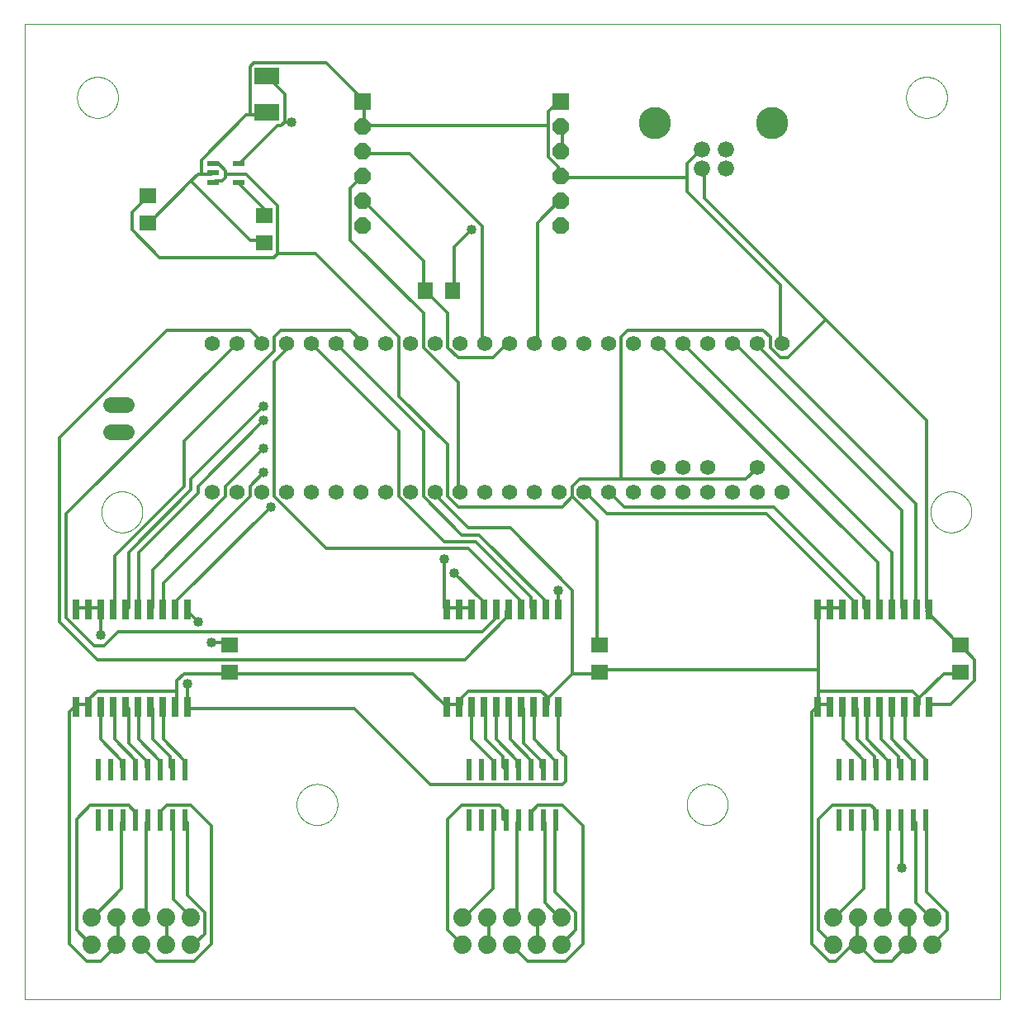
<source format=gtl>
G75*
%MOIN*%
%OFA0B0*%
%FSLAX25Y25*%
%IPPOS*%
%LPD*%
%AMOC8*
5,1,8,0,0,1.08239X$1,22.5*
%
%ADD10C,0.00000*%
%ADD11C,0.06200*%
%ADD12C,0.06600*%
%ADD13C,0.13000*%
%ADD14R,0.06600X0.06600*%
%ADD15OC8,0.06600*%
%ADD16R,0.06299X0.07087*%
%ADD17R,0.04724X0.02165*%
%ADD18R,0.07087X0.06299*%
%ADD19R,0.09843X0.06693*%
%ADD20C,0.06400*%
%ADD21R,0.02600X0.08000*%
%ADD22R,0.02362X0.08661*%
%ADD23C,0.07400*%
%ADD24C,0.01200*%
%ADD25C,0.04000*%
D10*
X0001000Y0001000D02*
X0001000Y0394701D01*
X0394701Y0394701D01*
X0394701Y0001000D01*
X0001000Y0001000D01*
X0110842Y0079740D02*
X0110844Y0079943D01*
X0110852Y0080146D01*
X0110864Y0080348D01*
X0110882Y0080550D01*
X0110904Y0080752D01*
X0110931Y0080953D01*
X0110964Y0081154D01*
X0111001Y0081353D01*
X0111043Y0081552D01*
X0111090Y0081749D01*
X0111141Y0081945D01*
X0111198Y0082140D01*
X0111259Y0082334D01*
X0111325Y0082525D01*
X0111396Y0082716D01*
X0111471Y0082904D01*
X0111551Y0083091D01*
X0111636Y0083275D01*
X0111725Y0083457D01*
X0111818Y0083638D01*
X0111916Y0083815D01*
X0112018Y0083991D01*
X0112125Y0084163D01*
X0112235Y0084333D01*
X0112350Y0084501D01*
X0112469Y0084665D01*
X0112592Y0084827D01*
X0112719Y0084985D01*
X0112849Y0085140D01*
X0112984Y0085292D01*
X0113122Y0085441D01*
X0113264Y0085586D01*
X0113409Y0085728D01*
X0113558Y0085866D01*
X0113710Y0086001D01*
X0113865Y0086131D01*
X0114023Y0086258D01*
X0114185Y0086381D01*
X0114349Y0086500D01*
X0114517Y0086615D01*
X0114687Y0086725D01*
X0114859Y0086832D01*
X0115035Y0086934D01*
X0115212Y0087032D01*
X0115393Y0087125D01*
X0115575Y0087214D01*
X0115759Y0087299D01*
X0115946Y0087379D01*
X0116134Y0087454D01*
X0116325Y0087525D01*
X0116516Y0087591D01*
X0116710Y0087652D01*
X0116905Y0087709D01*
X0117101Y0087760D01*
X0117298Y0087807D01*
X0117497Y0087849D01*
X0117696Y0087886D01*
X0117897Y0087919D01*
X0118098Y0087946D01*
X0118300Y0087968D01*
X0118502Y0087986D01*
X0118704Y0087998D01*
X0118907Y0088006D01*
X0119110Y0088008D01*
X0119313Y0088006D01*
X0119516Y0087998D01*
X0119718Y0087986D01*
X0119920Y0087968D01*
X0120122Y0087946D01*
X0120323Y0087919D01*
X0120524Y0087886D01*
X0120723Y0087849D01*
X0120922Y0087807D01*
X0121119Y0087760D01*
X0121315Y0087709D01*
X0121510Y0087652D01*
X0121704Y0087591D01*
X0121895Y0087525D01*
X0122086Y0087454D01*
X0122274Y0087379D01*
X0122461Y0087299D01*
X0122645Y0087214D01*
X0122827Y0087125D01*
X0123008Y0087032D01*
X0123185Y0086934D01*
X0123361Y0086832D01*
X0123533Y0086725D01*
X0123703Y0086615D01*
X0123871Y0086500D01*
X0124035Y0086381D01*
X0124197Y0086258D01*
X0124355Y0086131D01*
X0124510Y0086001D01*
X0124662Y0085866D01*
X0124811Y0085728D01*
X0124956Y0085586D01*
X0125098Y0085441D01*
X0125236Y0085292D01*
X0125371Y0085140D01*
X0125501Y0084985D01*
X0125628Y0084827D01*
X0125751Y0084665D01*
X0125870Y0084501D01*
X0125985Y0084333D01*
X0126095Y0084163D01*
X0126202Y0083991D01*
X0126304Y0083815D01*
X0126402Y0083638D01*
X0126495Y0083457D01*
X0126584Y0083275D01*
X0126669Y0083091D01*
X0126749Y0082904D01*
X0126824Y0082716D01*
X0126895Y0082525D01*
X0126961Y0082334D01*
X0127022Y0082140D01*
X0127079Y0081945D01*
X0127130Y0081749D01*
X0127177Y0081552D01*
X0127219Y0081353D01*
X0127256Y0081154D01*
X0127289Y0080953D01*
X0127316Y0080752D01*
X0127338Y0080550D01*
X0127356Y0080348D01*
X0127368Y0080146D01*
X0127376Y0079943D01*
X0127378Y0079740D01*
X0127376Y0079537D01*
X0127368Y0079334D01*
X0127356Y0079132D01*
X0127338Y0078930D01*
X0127316Y0078728D01*
X0127289Y0078527D01*
X0127256Y0078326D01*
X0127219Y0078127D01*
X0127177Y0077928D01*
X0127130Y0077731D01*
X0127079Y0077535D01*
X0127022Y0077340D01*
X0126961Y0077146D01*
X0126895Y0076955D01*
X0126824Y0076764D01*
X0126749Y0076576D01*
X0126669Y0076389D01*
X0126584Y0076205D01*
X0126495Y0076023D01*
X0126402Y0075842D01*
X0126304Y0075665D01*
X0126202Y0075489D01*
X0126095Y0075317D01*
X0125985Y0075147D01*
X0125870Y0074979D01*
X0125751Y0074815D01*
X0125628Y0074653D01*
X0125501Y0074495D01*
X0125371Y0074340D01*
X0125236Y0074188D01*
X0125098Y0074039D01*
X0124956Y0073894D01*
X0124811Y0073752D01*
X0124662Y0073614D01*
X0124510Y0073479D01*
X0124355Y0073349D01*
X0124197Y0073222D01*
X0124035Y0073099D01*
X0123871Y0072980D01*
X0123703Y0072865D01*
X0123533Y0072755D01*
X0123361Y0072648D01*
X0123185Y0072546D01*
X0123008Y0072448D01*
X0122827Y0072355D01*
X0122645Y0072266D01*
X0122461Y0072181D01*
X0122274Y0072101D01*
X0122086Y0072026D01*
X0121895Y0071955D01*
X0121704Y0071889D01*
X0121510Y0071828D01*
X0121315Y0071771D01*
X0121119Y0071720D01*
X0120922Y0071673D01*
X0120723Y0071631D01*
X0120524Y0071594D01*
X0120323Y0071561D01*
X0120122Y0071534D01*
X0119920Y0071512D01*
X0119718Y0071494D01*
X0119516Y0071482D01*
X0119313Y0071474D01*
X0119110Y0071472D01*
X0118907Y0071474D01*
X0118704Y0071482D01*
X0118502Y0071494D01*
X0118300Y0071512D01*
X0118098Y0071534D01*
X0117897Y0071561D01*
X0117696Y0071594D01*
X0117497Y0071631D01*
X0117298Y0071673D01*
X0117101Y0071720D01*
X0116905Y0071771D01*
X0116710Y0071828D01*
X0116516Y0071889D01*
X0116325Y0071955D01*
X0116134Y0072026D01*
X0115946Y0072101D01*
X0115759Y0072181D01*
X0115575Y0072266D01*
X0115393Y0072355D01*
X0115212Y0072448D01*
X0115035Y0072546D01*
X0114859Y0072648D01*
X0114687Y0072755D01*
X0114517Y0072865D01*
X0114349Y0072980D01*
X0114185Y0073099D01*
X0114023Y0073222D01*
X0113865Y0073349D01*
X0113710Y0073479D01*
X0113558Y0073614D01*
X0113409Y0073752D01*
X0113264Y0073894D01*
X0113122Y0074039D01*
X0112984Y0074188D01*
X0112849Y0074340D01*
X0112719Y0074495D01*
X0112592Y0074653D01*
X0112469Y0074815D01*
X0112350Y0074979D01*
X0112235Y0075147D01*
X0112125Y0075317D01*
X0112018Y0075489D01*
X0111916Y0075665D01*
X0111818Y0075842D01*
X0111725Y0076023D01*
X0111636Y0076205D01*
X0111551Y0076389D01*
X0111471Y0076576D01*
X0111396Y0076764D01*
X0111325Y0076955D01*
X0111259Y0077146D01*
X0111198Y0077340D01*
X0111141Y0077535D01*
X0111090Y0077731D01*
X0111043Y0077928D01*
X0111001Y0078127D01*
X0110964Y0078326D01*
X0110931Y0078527D01*
X0110904Y0078728D01*
X0110882Y0078930D01*
X0110864Y0079132D01*
X0110852Y0079334D01*
X0110844Y0079537D01*
X0110842Y0079740D01*
X0032102Y0197850D02*
X0032104Y0198053D01*
X0032112Y0198256D01*
X0032124Y0198458D01*
X0032142Y0198660D01*
X0032164Y0198862D01*
X0032191Y0199063D01*
X0032224Y0199264D01*
X0032261Y0199463D01*
X0032303Y0199662D01*
X0032350Y0199859D01*
X0032401Y0200055D01*
X0032458Y0200250D01*
X0032519Y0200444D01*
X0032585Y0200635D01*
X0032656Y0200826D01*
X0032731Y0201014D01*
X0032811Y0201201D01*
X0032896Y0201385D01*
X0032985Y0201567D01*
X0033078Y0201748D01*
X0033176Y0201925D01*
X0033278Y0202101D01*
X0033385Y0202273D01*
X0033495Y0202443D01*
X0033610Y0202611D01*
X0033729Y0202775D01*
X0033852Y0202937D01*
X0033979Y0203095D01*
X0034109Y0203250D01*
X0034244Y0203402D01*
X0034382Y0203551D01*
X0034524Y0203696D01*
X0034669Y0203838D01*
X0034818Y0203976D01*
X0034970Y0204111D01*
X0035125Y0204241D01*
X0035283Y0204368D01*
X0035445Y0204491D01*
X0035609Y0204610D01*
X0035777Y0204725D01*
X0035947Y0204835D01*
X0036119Y0204942D01*
X0036295Y0205044D01*
X0036472Y0205142D01*
X0036653Y0205235D01*
X0036835Y0205324D01*
X0037019Y0205409D01*
X0037206Y0205489D01*
X0037394Y0205564D01*
X0037585Y0205635D01*
X0037776Y0205701D01*
X0037970Y0205762D01*
X0038165Y0205819D01*
X0038361Y0205870D01*
X0038558Y0205917D01*
X0038757Y0205959D01*
X0038956Y0205996D01*
X0039157Y0206029D01*
X0039358Y0206056D01*
X0039560Y0206078D01*
X0039762Y0206096D01*
X0039964Y0206108D01*
X0040167Y0206116D01*
X0040370Y0206118D01*
X0040573Y0206116D01*
X0040776Y0206108D01*
X0040978Y0206096D01*
X0041180Y0206078D01*
X0041382Y0206056D01*
X0041583Y0206029D01*
X0041784Y0205996D01*
X0041983Y0205959D01*
X0042182Y0205917D01*
X0042379Y0205870D01*
X0042575Y0205819D01*
X0042770Y0205762D01*
X0042964Y0205701D01*
X0043155Y0205635D01*
X0043346Y0205564D01*
X0043534Y0205489D01*
X0043721Y0205409D01*
X0043905Y0205324D01*
X0044087Y0205235D01*
X0044268Y0205142D01*
X0044445Y0205044D01*
X0044621Y0204942D01*
X0044793Y0204835D01*
X0044963Y0204725D01*
X0045131Y0204610D01*
X0045295Y0204491D01*
X0045457Y0204368D01*
X0045615Y0204241D01*
X0045770Y0204111D01*
X0045922Y0203976D01*
X0046071Y0203838D01*
X0046216Y0203696D01*
X0046358Y0203551D01*
X0046496Y0203402D01*
X0046631Y0203250D01*
X0046761Y0203095D01*
X0046888Y0202937D01*
X0047011Y0202775D01*
X0047130Y0202611D01*
X0047245Y0202443D01*
X0047355Y0202273D01*
X0047462Y0202101D01*
X0047564Y0201925D01*
X0047662Y0201748D01*
X0047755Y0201567D01*
X0047844Y0201385D01*
X0047929Y0201201D01*
X0048009Y0201014D01*
X0048084Y0200826D01*
X0048155Y0200635D01*
X0048221Y0200444D01*
X0048282Y0200250D01*
X0048339Y0200055D01*
X0048390Y0199859D01*
X0048437Y0199662D01*
X0048479Y0199463D01*
X0048516Y0199264D01*
X0048549Y0199063D01*
X0048576Y0198862D01*
X0048598Y0198660D01*
X0048616Y0198458D01*
X0048628Y0198256D01*
X0048636Y0198053D01*
X0048638Y0197850D01*
X0048636Y0197647D01*
X0048628Y0197444D01*
X0048616Y0197242D01*
X0048598Y0197040D01*
X0048576Y0196838D01*
X0048549Y0196637D01*
X0048516Y0196436D01*
X0048479Y0196237D01*
X0048437Y0196038D01*
X0048390Y0195841D01*
X0048339Y0195645D01*
X0048282Y0195450D01*
X0048221Y0195256D01*
X0048155Y0195065D01*
X0048084Y0194874D01*
X0048009Y0194686D01*
X0047929Y0194499D01*
X0047844Y0194315D01*
X0047755Y0194133D01*
X0047662Y0193952D01*
X0047564Y0193775D01*
X0047462Y0193599D01*
X0047355Y0193427D01*
X0047245Y0193257D01*
X0047130Y0193089D01*
X0047011Y0192925D01*
X0046888Y0192763D01*
X0046761Y0192605D01*
X0046631Y0192450D01*
X0046496Y0192298D01*
X0046358Y0192149D01*
X0046216Y0192004D01*
X0046071Y0191862D01*
X0045922Y0191724D01*
X0045770Y0191589D01*
X0045615Y0191459D01*
X0045457Y0191332D01*
X0045295Y0191209D01*
X0045131Y0191090D01*
X0044963Y0190975D01*
X0044793Y0190865D01*
X0044621Y0190758D01*
X0044445Y0190656D01*
X0044268Y0190558D01*
X0044087Y0190465D01*
X0043905Y0190376D01*
X0043721Y0190291D01*
X0043534Y0190211D01*
X0043346Y0190136D01*
X0043155Y0190065D01*
X0042964Y0189999D01*
X0042770Y0189938D01*
X0042575Y0189881D01*
X0042379Y0189830D01*
X0042182Y0189783D01*
X0041983Y0189741D01*
X0041784Y0189704D01*
X0041583Y0189671D01*
X0041382Y0189644D01*
X0041180Y0189622D01*
X0040978Y0189604D01*
X0040776Y0189592D01*
X0040573Y0189584D01*
X0040370Y0189582D01*
X0040167Y0189584D01*
X0039964Y0189592D01*
X0039762Y0189604D01*
X0039560Y0189622D01*
X0039358Y0189644D01*
X0039157Y0189671D01*
X0038956Y0189704D01*
X0038757Y0189741D01*
X0038558Y0189783D01*
X0038361Y0189830D01*
X0038165Y0189881D01*
X0037970Y0189938D01*
X0037776Y0189999D01*
X0037585Y0190065D01*
X0037394Y0190136D01*
X0037206Y0190211D01*
X0037019Y0190291D01*
X0036835Y0190376D01*
X0036653Y0190465D01*
X0036472Y0190558D01*
X0036295Y0190656D01*
X0036119Y0190758D01*
X0035947Y0190865D01*
X0035777Y0190975D01*
X0035609Y0191090D01*
X0035445Y0191209D01*
X0035283Y0191332D01*
X0035125Y0191459D01*
X0034970Y0191589D01*
X0034818Y0191724D01*
X0034669Y0191862D01*
X0034524Y0192004D01*
X0034382Y0192149D01*
X0034244Y0192298D01*
X0034109Y0192450D01*
X0033979Y0192605D01*
X0033852Y0192763D01*
X0033729Y0192925D01*
X0033610Y0193089D01*
X0033495Y0193257D01*
X0033385Y0193427D01*
X0033278Y0193599D01*
X0033176Y0193775D01*
X0033078Y0193952D01*
X0032985Y0194133D01*
X0032896Y0194315D01*
X0032811Y0194499D01*
X0032731Y0194686D01*
X0032656Y0194874D01*
X0032585Y0195065D01*
X0032519Y0195256D01*
X0032458Y0195450D01*
X0032401Y0195645D01*
X0032350Y0195841D01*
X0032303Y0196038D01*
X0032261Y0196237D01*
X0032224Y0196436D01*
X0032191Y0196637D01*
X0032164Y0196838D01*
X0032142Y0197040D01*
X0032124Y0197242D01*
X0032112Y0197444D01*
X0032104Y0197647D01*
X0032102Y0197850D01*
X0022260Y0365173D02*
X0022262Y0365376D01*
X0022270Y0365579D01*
X0022282Y0365781D01*
X0022300Y0365983D01*
X0022322Y0366185D01*
X0022349Y0366386D01*
X0022382Y0366587D01*
X0022419Y0366786D01*
X0022461Y0366985D01*
X0022508Y0367182D01*
X0022559Y0367378D01*
X0022616Y0367573D01*
X0022677Y0367767D01*
X0022743Y0367958D01*
X0022814Y0368149D01*
X0022889Y0368337D01*
X0022969Y0368524D01*
X0023054Y0368708D01*
X0023143Y0368890D01*
X0023236Y0369071D01*
X0023334Y0369248D01*
X0023436Y0369424D01*
X0023543Y0369596D01*
X0023653Y0369766D01*
X0023768Y0369934D01*
X0023887Y0370098D01*
X0024010Y0370260D01*
X0024137Y0370418D01*
X0024267Y0370573D01*
X0024402Y0370725D01*
X0024540Y0370874D01*
X0024682Y0371019D01*
X0024827Y0371161D01*
X0024976Y0371299D01*
X0025128Y0371434D01*
X0025283Y0371564D01*
X0025441Y0371691D01*
X0025603Y0371814D01*
X0025767Y0371933D01*
X0025935Y0372048D01*
X0026105Y0372158D01*
X0026277Y0372265D01*
X0026453Y0372367D01*
X0026630Y0372465D01*
X0026811Y0372558D01*
X0026993Y0372647D01*
X0027177Y0372732D01*
X0027364Y0372812D01*
X0027552Y0372887D01*
X0027743Y0372958D01*
X0027934Y0373024D01*
X0028128Y0373085D01*
X0028323Y0373142D01*
X0028519Y0373193D01*
X0028716Y0373240D01*
X0028915Y0373282D01*
X0029114Y0373319D01*
X0029315Y0373352D01*
X0029516Y0373379D01*
X0029718Y0373401D01*
X0029920Y0373419D01*
X0030122Y0373431D01*
X0030325Y0373439D01*
X0030528Y0373441D01*
X0030731Y0373439D01*
X0030934Y0373431D01*
X0031136Y0373419D01*
X0031338Y0373401D01*
X0031540Y0373379D01*
X0031741Y0373352D01*
X0031942Y0373319D01*
X0032141Y0373282D01*
X0032340Y0373240D01*
X0032537Y0373193D01*
X0032733Y0373142D01*
X0032928Y0373085D01*
X0033122Y0373024D01*
X0033313Y0372958D01*
X0033504Y0372887D01*
X0033692Y0372812D01*
X0033879Y0372732D01*
X0034063Y0372647D01*
X0034245Y0372558D01*
X0034426Y0372465D01*
X0034603Y0372367D01*
X0034779Y0372265D01*
X0034951Y0372158D01*
X0035121Y0372048D01*
X0035289Y0371933D01*
X0035453Y0371814D01*
X0035615Y0371691D01*
X0035773Y0371564D01*
X0035928Y0371434D01*
X0036080Y0371299D01*
X0036229Y0371161D01*
X0036374Y0371019D01*
X0036516Y0370874D01*
X0036654Y0370725D01*
X0036789Y0370573D01*
X0036919Y0370418D01*
X0037046Y0370260D01*
X0037169Y0370098D01*
X0037288Y0369934D01*
X0037403Y0369766D01*
X0037513Y0369596D01*
X0037620Y0369424D01*
X0037722Y0369248D01*
X0037820Y0369071D01*
X0037913Y0368890D01*
X0038002Y0368708D01*
X0038087Y0368524D01*
X0038167Y0368337D01*
X0038242Y0368149D01*
X0038313Y0367958D01*
X0038379Y0367767D01*
X0038440Y0367573D01*
X0038497Y0367378D01*
X0038548Y0367182D01*
X0038595Y0366985D01*
X0038637Y0366786D01*
X0038674Y0366587D01*
X0038707Y0366386D01*
X0038734Y0366185D01*
X0038756Y0365983D01*
X0038774Y0365781D01*
X0038786Y0365579D01*
X0038794Y0365376D01*
X0038796Y0365173D01*
X0038794Y0364970D01*
X0038786Y0364767D01*
X0038774Y0364565D01*
X0038756Y0364363D01*
X0038734Y0364161D01*
X0038707Y0363960D01*
X0038674Y0363759D01*
X0038637Y0363560D01*
X0038595Y0363361D01*
X0038548Y0363164D01*
X0038497Y0362968D01*
X0038440Y0362773D01*
X0038379Y0362579D01*
X0038313Y0362388D01*
X0038242Y0362197D01*
X0038167Y0362009D01*
X0038087Y0361822D01*
X0038002Y0361638D01*
X0037913Y0361456D01*
X0037820Y0361275D01*
X0037722Y0361098D01*
X0037620Y0360922D01*
X0037513Y0360750D01*
X0037403Y0360580D01*
X0037288Y0360412D01*
X0037169Y0360248D01*
X0037046Y0360086D01*
X0036919Y0359928D01*
X0036789Y0359773D01*
X0036654Y0359621D01*
X0036516Y0359472D01*
X0036374Y0359327D01*
X0036229Y0359185D01*
X0036080Y0359047D01*
X0035928Y0358912D01*
X0035773Y0358782D01*
X0035615Y0358655D01*
X0035453Y0358532D01*
X0035289Y0358413D01*
X0035121Y0358298D01*
X0034951Y0358188D01*
X0034779Y0358081D01*
X0034603Y0357979D01*
X0034426Y0357881D01*
X0034245Y0357788D01*
X0034063Y0357699D01*
X0033879Y0357614D01*
X0033692Y0357534D01*
X0033504Y0357459D01*
X0033313Y0357388D01*
X0033122Y0357322D01*
X0032928Y0357261D01*
X0032733Y0357204D01*
X0032537Y0357153D01*
X0032340Y0357106D01*
X0032141Y0357064D01*
X0031942Y0357027D01*
X0031741Y0356994D01*
X0031540Y0356967D01*
X0031338Y0356945D01*
X0031136Y0356927D01*
X0030934Y0356915D01*
X0030731Y0356907D01*
X0030528Y0356905D01*
X0030325Y0356907D01*
X0030122Y0356915D01*
X0029920Y0356927D01*
X0029718Y0356945D01*
X0029516Y0356967D01*
X0029315Y0356994D01*
X0029114Y0357027D01*
X0028915Y0357064D01*
X0028716Y0357106D01*
X0028519Y0357153D01*
X0028323Y0357204D01*
X0028128Y0357261D01*
X0027934Y0357322D01*
X0027743Y0357388D01*
X0027552Y0357459D01*
X0027364Y0357534D01*
X0027177Y0357614D01*
X0026993Y0357699D01*
X0026811Y0357788D01*
X0026630Y0357881D01*
X0026453Y0357979D01*
X0026277Y0358081D01*
X0026105Y0358188D01*
X0025935Y0358298D01*
X0025767Y0358413D01*
X0025603Y0358532D01*
X0025441Y0358655D01*
X0025283Y0358782D01*
X0025128Y0358912D01*
X0024976Y0359047D01*
X0024827Y0359185D01*
X0024682Y0359327D01*
X0024540Y0359472D01*
X0024402Y0359621D01*
X0024267Y0359773D01*
X0024137Y0359928D01*
X0024010Y0360086D01*
X0023887Y0360248D01*
X0023768Y0360412D01*
X0023653Y0360580D01*
X0023543Y0360750D01*
X0023436Y0360922D01*
X0023334Y0361098D01*
X0023236Y0361275D01*
X0023143Y0361456D01*
X0023054Y0361638D01*
X0022969Y0361822D01*
X0022889Y0362009D01*
X0022814Y0362197D01*
X0022743Y0362388D01*
X0022677Y0362579D01*
X0022616Y0362773D01*
X0022559Y0362968D01*
X0022508Y0363164D01*
X0022461Y0363361D01*
X0022419Y0363560D01*
X0022382Y0363759D01*
X0022349Y0363960D01*
X0022322Y0364161D01*
X0022300Y0364363D01*
X0022282Y0364565D01*
X0022270Y0364767D01*
X0022262Y0364970D01*
X0022260Y0365173D01*
X0268323Y0079740D02*
X0268325Y0079943D01*
X0268333Y0080146D01*
X0268345Y0080348D01*
X0268363Y0080550D01*
X0268385Y0080752D01*
X0268412Y0080953D01*
X0268445Y0081154D01*
X0268482Y0081353D01*
X0268524Y0081552D01*
X0268571Y0081749D01*
X0268622Y0081945D01*
X0268679Y0082140D01*
X0268740Y0082334D01*
X0268806Y0082525D01*
X0268877Y0082716D01*
X0268952Y0082904D01*
X0269032Y0083091D01*
X0269117Y0083275D01*
X0269206Y0083457D01*
X0269299Y0083638D01*
X0269397Y0083815D01*
X0269499Y0083991D01*
X0269606Y0084163D01*
X0269716Y0084333D01*
X0269831Y0084501D01*
X0269950Y0084665D01*
X0270073Y0084827D01*
X0270200Y0084985D01*
X0270330Y0085140D01*
X0270465Y0085292D01*
X0270603Y0085441D01*
X0270745Y0085586D01*
X0270890Y0085728D01*
X0271039Y0085866D01*
X0271191Y0086001D01*
X0271346Y0086131D01*
X0271504Y0086258D01*
X0271666Y0086381D01*
X0271830Y0086500D01*
X0271998Y0086615D01*
X0272168Y0086725D01*
X0272340Y0086832D01*
X0272516Y0086934D01*
X0272693Y0087032D01*
X0272874Y0087125D01*
X0273056Y0087214D01*
X0273240Y0087299D01*
X0273427Y0087379D01*
X0273615Y0087454D01*
X0273806Y0087525D01*
X0273997Y0087591D01*
X0274191Y0087652D01*
X0274386Y0087709D01*
X0274582Y0087760D01*
X0274779Y0087807D01*
X0274978Y0087849D01*
X0275177Y0087886D01*
X0275378Y0087919D01*
X0275579Y0087946D01*
X0275781Y0087968D01*
X0275983Y0087986D01*
X0276185Y0087998D01*
X0276388Y0088006D01*
X0276591Y0088008D01*
X0276794Y0088006D01*
X0276997Y0087998D01*
X0277199Y0087986D01*
X0277401Y0087968D01*
X0277603Y0087946D01*
X0277804Y0087919D01*
X0278005Y0087886D01*
X0278204Y0087849D01*
X0278403Y0087807D01*
X0278600Y0087760D01*
X0278796Y0087709D01*
X0278991Y0087652D01*
X0279185Y0087591D01*
X0279376Y0087525D01*
X0279567Y0087454D01*
X0279755Y0087379D01*
X0279942Y0087299D01*
X0280126Y0087214D01*
X0280308Y0087125D01*
X0280489Y0087032D01*
X0280666Y0086934D01*
X0280842Y0086832D01*
X0281014Y0086725D01*
X0281184Y0086615D01*
X0281352Y0086500D01*
X0281516Y0086381D01*
X0281678Y0086258D01*
X0281836Y0086131D01*
X0281991Y0086001D01*
X0282143Y0085866D01*
X0282292Y0085728D01*
X0282437Y0085586D01*
X0282579Y0085441D01*
X0282717Y0085292D01*
X0282852Y0085140D01*
X0282982Y0084985D01*
X0283109Y0084827D01*
X0283232Y0084665D01*
X0283351Y0084501D01*
X0283466Y0084333D01*
X0283576Y0084163D01*
X0283683Y0083991D01*
X0283785Y0083815D01*
X0283883Y0083638D01*
X0283976Y0083457D01*
X0284065Y0083275D01*
X0284150Y0083091D01*
X0284230Y0082904D01*
X0284305Y0082716D01*
X0284376Y0082525D01*
X0284442Y0082334D01*
X0284503Y0082140D01*
X0284560Y0081945D01*
X0284611Y0081749D01*
X0284658Y0081552D01*
X0284700Y0081353D01*
X0284737Y0081154D01*
X0284770Y0080953D01*
X0284797Y0080752D01*
X0284819Y0080550D01*
X0284837Y0080348D01*
X0284849Y0080146D01*
X0284857Y0079943D01*
X0284859Y0079740D01*
X0284857Y0079537D01*
X0284849Y0079334D01*
X0284837Y0079132D01*
X0284819Y0078930D01*
X0284797Y0078728D01*
X0284770Y0078527D01*
X0284737Y0078326D01*
X0284700Y0078127D01*
X0284658Y0077928D01*
X0284611Y0077731D01*
X0284560Y0077535D01*
X0284503Y0077340D01*
X0284442Y0077146D01*
X0284376Y0076955D01*
X0284305Y0076764D01*
X0284230Y0076576D01*
X0284150Y0076389D01*
X0284065Y0076205D01*
X0283976Y0076023D01*
X0283883Y0075842D01*
X0283785Y0075665D01*
X0283683Y0075489D01*
X0283576Y0075317D01*
X0283466Y0075147D01*
X0283351Y0074979D01*
X0283232Y0074815D01*
X0283109Y0074653D01*
X0282982Y0074495D01*
X0282852Y0074340D01*
X0282717Y0074188D01*
X0282579Y0074039D01*
X0282437Y0073894D01*
X0282292Y0073752D01*
X0282143Y0073614D01*
X0281991Y0073479D01*
X0281836Y0073349D01*
X0281678Y0073222D01*
X0281516Y0073099D01*
X0281352Y0072980D01*
X0281184Y0072865D01*
X0281014Y0072755D01*
X0280842Y0072648D01*
X0280666Y0072546D01*
X0280489Y0072448D01*
X0280308Y0072355D01*
X0280126Y0072266D01*
X0279942Y0072181D01*
X0279755Y0072101D01*
X0279567Y0072026D01*
X0279376Y0071955D01*
X0279185Y0071889D01*
X0278991Y0071828D01*
X0278796Y0071771D01*
X0278600Y0071720D01*
X0278403Y0071673D01*
X0278204Y0071631D01*
X0278005Y0071594D01*
X0277804Y0071561D01*
X0277603Y0071534D01*
X0277401Y0071512D01*
X0277199Y0071494D01*
X0276997Y0071482D01*
X0276794Y0071474D01*
X0276591Y0071472D01*
X0276388Y0071474D01*
X0276185Y0071482D01*
X0275983Y0071494D01*
X0275781Y0071512D01*
X0275579Y0071534D01*
X0275378Y0071561D01*
X0275177Y0071594D01*
X0274978Y0071631D01*
X0274779Y0071673D01*
X0274582Y0071720D01*
X0274386Y0071771D01*
X0274191Y0071828D01*
X0273997Y0071889D01*
X0273806Y0071955D01*
X0273615Y0072026D01*
X0273427Y0072101D01*
X0273240Y0072181D01*
X0273056Y0072266D01*
X0272874Y0072355D01*
X0272693Y0072448D01*
X0272516Y0072546D01*
X0272340Y0072648D01*
X0272168Y0072755D01*
X0271998Y0072865D01*
X0271830Y0072980D01*
X0271666Y0073099D01*
X0271504Y0073222D01*
X0271346Y0073349D01*
X0271191Y0073479D01*
X0271039Y0073614D01*
X0270890Y0073752D01*
X0270745Y0073894D01*
X0270603Y0074039D01*
X0270465Y0074188D01*
X0270330Y0074340D01*
X0270200Y0074495D01*
X0270073Y0074653D01*
X0269950Y0074815D01*
X0269831Y0074979D01*
X0269716Y0075147D01*
X0269606Y0075317D01*
X0269499Y0075489D01*
X0269397Y0075665D01*
X0269299Y0075842D01*
X0269206Y0076023D01*
X0269117Y0076205D01*
X0269032Y0076389D01*
X0268952Y0076576D01*
X0268877Y0076764D01*
X0268806Y0076955D01*
X0268740Y0077146D01*
X0268679Y0077340D01*
X0268622Y0077535D01*
X0268571Y0077731D01*
X0268524Y0077928D01*
X0268482Y0078127D01*
X0268445Y0078326D01*
X0268412Y0078527D01*
X0268385Y0078728D01*
X0268363Y0078930D01*
X0268345Y0079132D01*
X0268333Y0079334D01*
X0268325Y0079537D01*
X0268323Y0079740D01*
X0366748Y0197850D02*
X0366750Y0198053D01*
X0366758Y0198256D01*
X0366770Y0198458D01*
X0366788Y0198660D01*
X0366810Y0198862D01*
X0366837Y0199063D01*
X0366870Y0199264D01*
X0366907Y0199463D01*
X0366949Y0199662D01*
X0366996Y0199859D01*
X0367047Y0200055D01*
X0367104Y0200250D01*
X0367165Y0200444D01*
X0367231Y0200635D01*
X0367302Y0200826D01*
X0367377Y0201014D01*
X0367457Y0201201D01*
X0367542Y0201385D01*
X0367631Y0201567D01*
X0367724Y0201748D01*
X0367822Y0201925D01*
X0367924Y0202101D01*
X0368031Y0202273D01*
X0368141Y0202443D01*
X0368256Y0202611D01*
X0368375Y0202775D01*
X0368498Y0202937D01*
X0368625Y0203095D01*
X0368755Y0203250D01*
X0368890Y0203402D01*
X0369028Y0203551D01*
X0369170Y0203696D01*
X0369315Y0203838D01*
X0369464Y0203976D01*
X0369616Y0204111D01*
X0369771Y0204241D01*
X0369929Y0204368D01*
X0370091Y0204491D01*
X0370255Y0204610D01*
X0370423Y0204725D01*
X0370593Y0204835D01*
X0370765Y0204942D01*
X0370941Y0205044D01*
X0371118Y0205142D01*
X0371299Y0205235D01*
X0371481Y0205324D01*
X0371665Y0205409D01*
X0371852Y0205489D01*
X0372040Y0205564D01*
X0372231Y0205635D01*
X0372422Y0205701D01*
X0372616Y0205762D01*
X0372811Y0205819D01*
X0373007Y0205870D01*
X0373204Y0205917D01*
X0373403Y0205959D01*
X0373602Y0205996D01*
X0373803Y0206029D01*
X0374004Y0206056D01*
X0374206Y0206078D01*
X0374408Y0206096D01*
X0374610Y0206108D01*
X0374813Y0206116D01*
X0375016Y0206118D01*
X0375219Y0206116D01*
X0375422Y0206108D01*
X0375624Y0206096D01*
X0375826Y0206078D01*
X0376028Y0206056D01*
X0376229Y0206029D01*
X0376430Y0205996D01*
X0376629Y0205959D01*
X0376828Y0205917D01*
X0377025Y0205870D01*
X0377221Y0205819D01*
X0377416Y0205762D01*
X0377610Y0205701D01*
X0377801Y0205635D01*
X0377992Y0205564D01*
X0378180Y0205489D01*
X0378367Y0205409D01*
X0378551Y0205324D01*
X0378733Y0205235D01*
X0378914Y0205142D01*
X0379091Y0205044D01*
X0379267Y0204942D01*
X0379439Y0204835D01*
X0379609Y0204725D01*
X0379777Y0204610D01*
X0379941Y0204491D01*
X0380103Y0204368D01*
X0380261Y0204241D01*
X0380416Y0204111D01*
X0380568Y0203976D01*
X0380717Y0203838D01*
X0380862Y0203696D01*
X0381004Y0203551D01*
X0381142Y0203402D01*
X0381277Y0203250D01*
X0381407Y0203095D01*
X0381534Y0202937D01*
X0381657Y0202775D01*
X0381776Y0202611D01*
X0381891Y0202443D01*
X0382001Y0202273D01*
X0382108Y0202101D01*
X0382210Y0201925D01*
X0382308Y0201748D01*
X0382401Y0201567D01*
X0382490Y0201385D01*
X0382575Y0201201D01*
X0382655Y0201014D01*
X0382730Y0200826D01*
X0382801Y0200635D01*
X0382867Y0200444D01*
X0382928Y0200250D01*
X0382985Y0200055D01*
X0383036Y0199859D01*
X0383083Y0199662D01*
X0383125Y0199463D01*
X0383162Y0199264D01*
X0383195Y0199063D01*
X0383222Y0198862D01*
X0383244Y0198660D01*
X0383262Y0198458D01*
X0383274Y0198256D01*
X0383282Y0198053D01*
X0383284Y0197850D01*
X0383282Y0197647D01*
X0383274Y0197444D01*
X0383262Y0197242D01*
X0383244Y0197040D01*
X0383222Y0196838D01*
X0383195Y0196637D01*
X0383162Y0196436D01*
X0383125Y0196237D01*
X0383083Y0196038D01*
X0383036Y0195841D01*
X0382985Y0195645D01*
X0382928Y0195450D01*
X0382867Y0195256D01*
X0382801Y0195065D01*
X0382730Y0194874D01*
X0382655Y0194686D01*
X0382575Y0194499D01*
X0382490Y0194315D01*
X0382401Y0194133D01*
X0382308Y0193952D01*
X0382210Y0193775D01*
X0382108Y0193599D01*
X0382001Y0193427D01*
X0381891Y0193257D01*
X0381776Y0193089D01*
X0381657Y0192925D01*
X0381534Y0192763D01*
X0381407Y0192605D01*
X0381277Y0192450D01*
X0381142Y0192298D01*
X0381004Y0192149D01*
X0380862Y0192004D01*
X0380717Y0191862D01*
X0380568Y0191724D01*
X0380416Y0191589D01*
X0380261Y0191459D01*
X0380103Y0191332D01*
X0379941Y0191209D01*
X0379777Y0191090D01*
X0379609Y0190975D01*
X0379439Y0190865D01*
X0379267Y0190758D01*
X0379091Y0190656D01*
X0378914Y0190558D01*
X0378733Y0190465D01*
X0378551Y0190376D01*
X0378367Y0190291D01*
X0378180Y0190211D01*
X0377992Y0190136D01*
X0377801Y0190065D01*
X0377610Y0189999D01*
X0377416Y0189938D01*
X0377221Y0189881D01*
X0377025Y0189830D01*
X0376828Y0189783D01*
X0376629Y0189741D01*
X0376430Y0189704D01*
X0376229Y0189671D01*
X0376028Y0189644D01*
X0375826Y0189622D01*
X0375624Y0189604D01*
X0375422Y0189592D01*
X0375219Y0189584D01*
X0375016Y0189582D01*
X0374813Y0189584D01*
X0374610Y0189592D01*
X0374408Y0189604D01*
X0374206Y0189622D01*
X0374004Y0189644D01*
X0373803Y0189671D01*
X0373602Y0189704D01*
X0373403Y0189741D01*
X0373204Y0189783D01*
X0373007Y0189830D01*
X0372811Y0189881D01*
X0372616Y0189938D01*
X0372422Y0189999D01*
X0372231Y0190065D01*
X0372040Y0190136D01*
X0371852Y0190211D01*
X0371665Y0190291D01*
X0371481Y0190376D01*
X0371299Y0190465D01*
X0371118Y0190558D01*
X0370941Y0190656D01*
X0370765Y0190758D01*
X0370593Y0190865D01*
X0370423Y0190975D01*
X0370255Y0191090D01*
X0370091Y0191209D01*
X0369929Y0191332D01*
X0369771Y0191459D01*
X0369616Y0191589D01*
X0369464Y0191724D01*
X0369315Y0191862D01*
X0369170Y0192004D01*
X0369028Y0192149D01*
X0368890Y0192298D01*
X0368755Y0192450D01*
X0368625Y0192605D01*
X0368498Y0192763D01*
X0368375Y0192925D01*
X0368256Y0193089D01*
X0368141Y0193257D01*
X0368031Y0193427D01*
X0367924Y0193599D01*
X0367822Y0193775D01*
X0367724Y0193952D01*
X0367631Y0194133D01*
X0367542Y0194315D01*
X0367457Y0194499D01*
X0367377Y0194686D01*
X0367302Y0194874D01*
X0367231Y0195065D01*
X0367165Y0195256D01*
X0367104Y0195450D01*
X0367047Y0195645D01*
X0366996Y0195841D01*
X0366949Y0196038D01*
X0366907Y0196237D01*
X0366870Y0196436D01*
X0366837Y0196637D01*
X0366810Y0196838D01*
X0366788Y0197040D01*
X0366770Y0197242D01*
X0366758Y0197444D01*
X0366750Y0197647D01*
X0366748Y0197850D01*
X0356905Y0365173D02*
X0356907Y0365376D01*
X0356915Y0365579D01*
X0356927Y0365781D01*
X0356945Y0365983D01*
X0356967Y0366185D01*
X0356994Y0366386D01*
X0357027Y0366587D01*
X0357064Y0366786D01*
X0357106Y0366985D01*
X0357153Y0367182D01*
X0357204Y0367378D01*
X0357261Y0367573D01*
X0357322Y0367767D01*
X0357388Y0367958D01*
X0357459Y0368149D01*
X0357534Y0368337D01*
X0357614Y0368524D01*
X0357699Y0368708D01*
X0357788Y0368890D01*
X0357881Y0369071D01*
X0357979Y0369248D01*
X0358081Y0369424D01*
X0358188Y0369596D01*
X0358298Y0369766D01*
X0358413Y0369934D01*
X0358532Y0370098D01*
X0358655Y0370260D01*
X0358782Y0370418D01*
X0358912Y0370573D01*
X0359047Y0370725D01*
X0359185Y0370874D01*
X0359327Y0371019D01*
X0359472Y0371161D01*
X0359621Y0371299D01*
X0359773Y0371434D01*
X0359928Y0371564D01*
X0360086Y0371691D01*
X0360248Y0371814D01*
X0360412Y0371933D01*
X0360580Y0372048D01*
X0360750Y0372158D01*
X0360922Y0372265D01*
X0361098Y0372367D01*
X0361275Y0372465D01*
X0361456Y0372558D01*
X0361638Y0372647D01*
X0361822Y0372732D01*
X0362009Y0372812D01*
X0362197Y0372887D01*
X0362388Y0372958D01*
X0362579Y0373024D01*
X0362773Y0373085D01*
X0362968Y0373142D01*
X0363164Y0373193D01*
X0363361Y0373240D01*
X0363560Y0373282D01*
X0363759Y0373319D01*
X0363960Y0373352D01*
X0364161Y0373379D01*
X0364363Y0373401D01*
X0364565Y0373419D01*
X0364767Y0373431D01*
X0364970Y0373439D01*
X0365173Y0373441D01*
X0365376Y0373439D01*
X0365579Y0373431D01*
X0365781Y0373419D01*
X0365983Y0373401D01*
X0366185Y0373379D01*
X0366386Y0373352D01*
X0366587Y0373319D01*
X0366786Y0373282D01*
X0366985Y0373240D01*
X0367182Y0373193D01*
X0367378Y0373142D01*
X0367573Y0373085D01*
X0367767Y0373024D01*
X0367958Y0372958D01*
X0368149Y0372887D01*
X0368337Y0372812D01*
X0368524Y0372732D01*
X0368708Y0372647D01*
X0368890Y0372558D01*
X0369071Y0372465D01*
X0369248Y0372367D01*
X0369424Y0372265D01*
X0369596Y0372158D01*
X0369766Y0372048D01*
X0369934Y0371933D01*
X0370098Y0371814D01*
X0370260Y0371691D01*
X0370418Y0371564D01*
X0370573Y0371434D01*
X0370725Y0371299D01*
X0370874Y0371161D01*
X0371019Y0371019D01*
X0371161Y0370874D01*
X0371299Y0370725D01*
X0371434Y0370573D01*
X0371564Y0370418D01*
X0371691Y0370260D01*
X0371814Y0370098D01*
X0371933Y0369934D01*
X0372048Y0369766D01*
X0372158Y0369596D01*
X0372265Y0369424D01*
X0372367Y0369248D01*
X0372465Y0369071D01*
X0372558Y0368890D01*
X0372647Y0368708D01*
X0372732Y0368524D01*
X0372812Y0368337D01*
X0372887Y0368149D01*
X0372958Y0367958D01*
X0373024Y0367767D01*
X0373085Y0367573D01*
X0373142Y0367378D01*
X0373193Y0367182D01*
X0373240Y0366985D01*
X0373282Y0366786D01*
X0373319Y0366587D01*
X0373352Y0366386D01*
X0373379Y0366185D01*
X0373401Y0365983D01*
X0373419Y0365781D01*
X0373431Y0365579D01*
X0373439Y0365376D01*
X0373441Y0365173D01*
X0373439Y0364970D01*
X0373431Y0364767D01*
X0373419Y0364565D01*
X0373401Y0364363D01*
X0373379Y0364161D01*
X0373352Y0363960D01*
X0373319Y0363759D01*
X0373282Y0363560D01*
X0373240Y0363361D01*
X0373193Y0363164D01*
X0373142Y0362968D01*
X0373085Y0362773D01*
X0373024Y0362579D01*
X0372958Y0362388D01*
X0372887Y0362197D01*
X0372812Y0362009D01*
X0372732Y0361822D01*
X0372647Y0361638D01*
X0372558Y0361456D01*
X0372465Y0361275D01*
X0372367Y0361098D01*
X0372265Y0360922D01*
X0372158Y0360750D01*
X0372048Y0360580D01*
X0371933Y0360412D01*
X0371814Y0360248D01*
X0371691Y0360086D01*
X0371564Y0359928D01*
X0371434Y0359773D01*
X0371299Y0359621D01*
X0371161Y0359472D01*
X0371019Y0359327D01*
X0370874Y0359185D01*
X0370725Y0359047D01*
X0370573Y0358912D01*
X0370418Y0358782D01*
X0370260Y0358655D01*
X0370098Y0358532D01*
X0369934Y0358413D01*
X0369766Y0358298D01*
X0369596Y0358188D01*
X0369424Y0358081D01*
X0369248Y0357979D01*
X0369071Y0357881D01*
X0368890Y0357788D01*
X0368708Y0357699D01*
X0368524Y0357614D01*
X0368337Y0357534D01*
X0368149Y0357459D01*
X0367958Y0357388D01*
X0367767Y0357322D01*
X0367573Y0357261D01*
X0367378Y0357204D01*
X0367182Y0357153D01*
X0366985Y0357106D01*
X0366786Y0357064D01*
X0366587Y0357027D01*
X0366386Y0356994D01*
X0366185Y0356967D01*
X0365983Y0356945D01*
X0365781Y0356927D01*
X0365579Y0356915D01*
X0365376Y0356907D01*
X0365173Y0356905D01*
X0364970Y0356907D01*
X0364767Y0356915D01*
X0364565Y0356927D01*
X0364363Y0356945D01*
X0364161Y0356967D01*
X0363960Y0356994D01*
X0363759Y0357027D01*
X0363560Y0357064D01*
X0363361Y0357106D01*
X0363164Y0357153D01*
X0362968Y0357204D01*
X0362773Y0357261D01*
X0362579Y0357322D01*
X0362388Y0357388D01*
X0362197Y0357459D01*
X0362009Y0357534D01*
X0361822Y0357614D01*
X0361638Y0357699D01*
X0361456Y0357788D01*
X0361275Y0357881D01*
X0361098Y0357979D01*
X0360922Y0358081D01*
X0360750Y0358188D01*
X0360580Y0358298D01*
X0360412Y0358413D01*
X0360248Y0358532D01*
X0360086Y0358655D01*
X0359928Y0358782D01*
X0359773Y0358912D01*
X0359621Y0359047D01*
X0359472Y0359185D01*
X0359327Y0359327D01*
X0359185Y0359472D01*
X0359047Y0359621D01*
X0358912Y0359773D01*
X0358782Y0359928D01*
X0358655Y0360086D01*
X0358532Y0360248D01*
X0358413Y0360412D01*
X0358298Y0360580D01*
X0358188Y0360750D01*
X0358081Y0360922D01*
X0357979Y0361098D01*
X0357881Y0361275D01*
X0357788Y0361456D01*
X0357699Y0361638D01*
X0357614Y0361822D01*
X0357534Y0362009D01*
X0357459Y0362197D01*
X0357388Y0362388D01*
X0357322Y0362579D01*
X0357261Y0362773D01*
X0357204Y0362968D01*
X0357153Y0363164D01*
X0357106Y0363361D01*
X0357064Y0363560D01*
X0357027Y0363759D01*
X0356994Y0363960D01*
X0356967Y0364161D01*
X0356945Y0364363D01*
X0356927Y0364565D01*
X0356915Y0364767D01*
X0356907Y0364970D01*
X0356905Y0365173D01*
D11*
X0306984Y0265882D03*
X0296984Y0265882D03*
X0286984Y0265882D03*
X0276984Y0265882D03*
X0266984Y0265882D03*
X0256984Y0265882D03*
X0246984Y0265882D03*
X0236984Y0265882D03*
X0226984Y0265882D03*
X0216984Y0265882D03*
X0206984Y0265882D03*
X0196984Y0265882D03*
X0186984Y0265882D03*
X0176984Y0265882D03*
X0166984Y0265882D03*
X0156984Y0265882D03*
X0146984Y0265882D03*
X0136984Y0265882D03*
X0126984Y0265882D03*
X0116984Y0265882D03*
X0106984Y0265882D03*
X0096984Y0265882D03*
X0086984Y0265882D03*
X0076984Y0265882D03*
X0076984Y0205882D03*
X0086984Y0205882D03*
X0096984Y0205882D03*
X0106984Y0205882D03*
X0116984Y0205882D03*
X0126984Y0205882D03*
X0136984Y0205882D03*
X0146984Y0205882D03*
X0156984Y0205882D03*
X0166984Y0205882D03*
X0176984Y0205882D03*
X0186984Y0205882D03*
X0196984Y0205882D03*
X0206984Y0205882D03*
X0216984Y0205882D03*
X0226984Y0205882D03*
X0236984Y0205882D03*
X0246984Y0205882D03*
X0256984Y0205882D03*
X0256984Y0215882D03*
X0266984Y0215882D03*
X0276984Y0215882D03*
X0276984Y0205882D03*
X0266984Y0205882D03*
X0286984Y0205882D03*
X0296984Y0205882D03*
X0296984Y0215882D03*
X0306984Y0205882D03*
D12*
X0284189Y0336468D03*
X0284189Y0344268D03*
X0274346Y0344268D03*
X0274346Y0336468D03*
D13*
X0255568Y0354968D03*
X0302968Y0354968D03*
D14*
X0217614Y0363638D03*
X0137614Y0363638D03*
D15*
X0137614Y0353638D03*
X0137614Y0343638D03*
X0137614Y0333638D03*
X0137614Y0323638D03*
X0137614Y0313638D03*
X0217614Y0313638D03*
X0217614Y0323638D03*
X0217614Y0333638D03*
X0217614Y0343638D03*
X0217614Y0353638D03*
D16*
X0173835Y0287102D03*
X0162811Y0287102D03*
D17*
X0087339Y0330921D03*
X0087339Y0338402D03*
X0077102Y0338402D03*
X0077102Y0334661D03*
X0077102Y0330921D03*
D18*
X0097732Y0317614D03*
X0097732Y0306591D03*
X0050803Y0314465D03*
X0050803Y0325488D03*
X0083677Y0144307D03*
X0083677Y0133283D03*
X0233283Y0133283D03*
X0233283Y0144307D03*
X0378953Y0144307D03*
X0378953Y0133283D03*
D19*
X0098953Y0358992D03*
X0098953Y0373953D03*
D20*
X0042074Y0241303D02*
X0035674Y0241303D01*
X0035674Y0230303D02*
X0042074Y0230303D01*
D21*
X0041807Y0158595D03*
X0036807Y0158595D03*
X0031807Y0158595D03*
X0026807Y0158595D03*
X0021807Y0158595D03*
X0046807Y0158595D03*
X0051807Y0158595D03*
X0056807Y0158595D03*
X0061807Y0158595D03*
X0066807Y0158595D03*
X0066807Y0118995D03*
X0061807Y0118995D03*
X0056807Y0118995D03*
X0051807Y0118995D03*
X0046807Y0118995D03*
X0041807Y0118995D03*
X0036807Y0118995D03*
X0031807Y0118995D03*
X0026807Y0118995D03*
X0021807Y0118995D03*
X0171413Y0118995D03*
X0176413Y0118995D03*
X0181413Y0118995D03*
X0186413Y0118995D03*
X0191413Y0118995D03*
X0196413Y0118995D03*
X0201413Y0118995D03*
X0206413Y0118995D03*
X0211413Y0118995D03*
X0216413Y0118995D03*
X0216413Y0158595D03*
X0211413Y0158595D03*
X0206413Y0158595D03*
X0201413Y0158595D03*
X0196413Y0158595D03*
X0191413Y0158595D03*
X0186413Y0158595D03*
X0181413Y0158595D03*
X0176413Y0158595D03*
X0171413Y0158595D03*
X0321020Y0158595D03*
X0326020Y0158595D03*
X0331020Y0158595D03*
X0336020Y0158595D03*
X0341020Y0158595D03*
X0346020Y0158595D03*
X0351020Y0158595D03*
X0356020Y0158595D03*
X0361020Y0158595D03*
X0366020Y0158595D03*
X0366020Y0118995D03*
X0361020Y0118995D03*
X0356020Y0118995D03*
X0351020Y0118995D03*
X0346020Y0118995D03*
X0341020Y0118995D03*
X0336020Y0118995D03*
X0331020Y0118995D03*
X0326020Y0118995D03*
X0321020Y0118995D03*
D22*
X0329957Y0093913D03*
X0334957Y0093913D03*
X0339957Y0093913D03*
X0344957Y0093913D03*
X0349957Y0093913D03*
X0354957Y0093913D03*
X0359957Y0093913D03*
X0364957Y0093913D03*
X0364957Y0073441D03*
X0359957Y0073441D03*
X0354957Y0073441D03*
X0349957Y0073441D03*
X0344957Y0073441D03*
X0339957Y0073441D03*
X0334957Y0073441D03*
X0329957Y0073441D03*
X0215350Y0073441D03*
X0210350Y0073441D03*
X0205350Y0073441D03*
X0200350Y0073441D03*
X0195350Y0073441D03*
X0190350Y0073441D03*
X0185350Y0073441D03*
X0180350Y0073441D03*
X0180350Y0093913D03*
X0185350Y0093913D03*
X0190350Y0093913D03*
X0195350Y0093913D03*
X0200350Y0093913D03*
X0205350Y0093913D03*
X0210350Y0093913D03*
X0215350Y0093913D03*
X0065744Y0093913D03*
X0060744Y0093913D03*
X0055744Y0093913D03*
X0050744Y0093913D03*
X0045744Y0093913D03*
X0040744Y0093913D03*
X0035744Y0093913D03*
X0030744Y0093913D03*
X0030744Y0073441D03*
X0035744Y0073441D03*
X0040744Y0073441D03*
X0045744Y0073441D03*
X0050744Y0073441D03*
X0055744Y0073441D03*
X0060744Y0073441D03*
X0065744Y0073441D03*
D23*
X0068244Y0034059D03*
X0058244Y0034059D03*
X0048244Y0034059D03*
X0038244Y0034059D03*
X0028244Y0034059D03*
X0028244Y0023059D03*
X0038244Y0023059D03*
X0048244Y0023059D03*
X0058244Y0023059D03*
X0068244Y0023059D03*
X0177850Y0023059D03*
X0187850Y0023059D03*
X0197850Y0023059D03*
X0207850Y0023059D03*
X0217850Y0023059D03*
X0217850Y0034059D03*
X0207850Y0034059D03*
X0197850Y0034059D03*
X0187850Y0034059D03*
X0177850Y0034059D03*
X0327457Y0034059D03*
X0337457Y0034059D03*
X0347457Y0034059D03*
X0357457Y0034059D03*
X0367457Y0034059D03*
X0367457Y0023059D03*
X0357457Y0023059D03*
X0347457Y0023059D03*
X0337457Y0023059D03*
X0327457Y0023059D03*
D24*
X0327200Y0023400D01*
X0321600Y0029000D01*
X0321600Y0073800D01*
X0327200Y0079400D01*
X0342600Y0079400D01*
X0344000Y0078000D01*
X0344000Y0073800D01*
X0344957Y0073441D01*
X0349600Y0072400D02*
X0349957Y0073441D01*
X0349600Y0072400D02*
X0349600Y0036000D01*
X0348200Y0034600D01*
X0347457Y0034059D01*
X0337457Y0034059D02*
X0337000Y0033200D01*
X0337000Y0023400D01*
X0337457Y0023059D01*
X0337000Y0022000D01*
X0334200Y0022000D01*
X0328600Y0016400D01*
X0325800Y0016400D01*
X0318800Y0023400D01*
X0318800Y0117200D01*
X0320200Y0118600D01*
X0321020Y0118995D01*
X0321600Y0120000D01*
X0321600Y0125600D01*
X0359400Y0125600D01*
X0362200Y0122800D01*
X0361020Y0118995D01*
X0362200Y0120000D01*
X0362200Y0122800D01*
X0372000Y0132600D01*
X0377600Y0132600D01*
X0378953Y0133283D01*
X0384600Y0129800D02*
X0384600Y0138200D01*
X0379000Y0143800D01*
X0378953Y0144307D01*
X0377600Y0145200D01*
X0365000Y0157800D01*
X0366020Y0158595D01*
X0365000Y0159200D01*
X0365000Y0234800D01*
X0324400Y0275400D01*
X0309000Y0260000D01*
X0306200Y0260000D01*
X0302000Y0264200D01*
X0302000Y0268400D01*
X0299200Y0271200D01*
X0244600Y0271200D01*
X0241800Y0268400D01*
X0241800Y0211000D01*
X0225000Y0211000D01*
X0222200Y0208200D01*
X0222200Y0204000D01*
X0218000Y0199800D01*
X0176000Y0199800D01*
X0171800Y0204000D01*
X0171800Y0225000D01*
X0152200Y0244600D01*
X0152200Y0268400D01*
X0118600Y0302000D01*
X0103200Y0302000D01*
X0103200Y0321600D01*
X0090600Y0334200D01*
X0082200Y0334200D01*
X0082200Y0332800D01*
X0080800Y0331400D01*
X0078000Y0331400D01*
X0077102Y0330921D01*
X0076600Y0334200D02*
X0077102Y0334661D01*
X0076600Y0334200D02*
X0072400Y0334200D01*
X0072400Y0339800D01*
X0090600Y0358000D01*
X0092000Y0358000D01*
X0092000Y0377600D01*
X0093400Y0379000D01*
X0122800Y0379000D01*
X0136800Y0365000D01*
X0137614Y0363638D01*
X0138200Y0363600D01*
X0138200Y0353800D01*
X0137614Y0353638D01*
X0138200Y0353800D02*
X0212400Y0353800D01*
X0212400Y0341200D01*
X0216600Y0337000D01*
X0216600Y0334200D01*
X0217614Y0333638D01*
X0218000Y0332800D01*
X0268400Y0332800D01*
X0268400Y0327200D01*
X0306200Y0289400D01*
X0306200Y0267000D01*
X0306984Y0265882D01*
X0296984Y0265882D02*
X0296400Y0265600D01*
X0360800Y0201200D01*
X0360800Y0159200D01*
X0361020Y0158595D01*
X0356020Y0158595D02*
X0355200Y0159200D01*
X0355200Y0198400D01*
X0288000Y0265600D01*
X0286984Y0265882D01*
X0267000Y0265600D02*
X0266984Y0265882D01*
X0267000Y0265600D02*
X0351000Y0181600D01*
X0351000Y0159200D01*
X0351020Y0158595D01*
X0346020Y0158595D02*
X0345400Y0159200D01*
X0345400Y0177400D01*
X0257200Y0265600D01*
X0256984Y0265882D01*
X0208200Y0267000D02*
X0206984Y0265882D01*
X0208200Y0267000D02*
X0208200Y0314600D01*
X0216600Y0323000D01*
X0217614Y0323638D01*
X0217614Y0343638D02*
X0218000Y0344000D01*
X0218000Y0352400D01*
X0217614Y0353638D01*
X0212400Y0353800D02*
X0212400Y0359400D01*
X0216600Y0363600D01*
X0217614Y0363638D01*
X0268400Y0338400D02*
X0268400Y0332800D01*
X0268400Y0338400D02*
X0274000Y0344000D01*
X0274346Y0344268D01*
X0274346Y0336468D02*
X0275400Y0335600D01*
X0275400Y0324400D01*
X0324400Y0275400D01*
X0296984Y0215882D02*
X0296400Y0215200D01*
X0292200Y0211000D01*
X0241800Y0211000D01*
X0237600Y0205400D02*
X0236984Y0205882D01*
X0237600Y0205400D02*
X0243200Y0199800D01*
X0303400Y0199800D01*
X0339800Y0163400D01*
X0339800Y0159200D01*
X0341020Y0158595D01*
X0336020Y0158595D02*
X0335600Y0159200D01*
X0335600Y0162000D01*
X0300600Y0197000D01*
X0236200Y0197000D01*
X0227800Y0205400D01*
X0226984Y0205882D01*
X0222200Y0204000D02*
X0232000Y0194200D01*
X0232000Y0145200D01*
X0233283Y0144307D01*
X0233400Y0134000D02*
X0233283Y0133283D01*
X0232000Y0132600D01*
X0222200Y0132600D01*
X0222200Y0166200D01*
X0197000Y0191400D01*
X0180200Y0191400D01*
X0167600Y0204000D01*
X0167600Y0205400D01*
X0166984Y0205882D01*
X0162000Y0204000D02*
X0162000Y0230600D01*
X0127000Y0265600D01*
X0126984Y0265882D01*
X0132600Y0271200D02*
X0136800Y0267000D01*
X0136984Y0265882D01*
X0132600Y0271200D02*
X0104600Y0271200D01*
X0101800Y0268400D01*
X0101800Y0262800D01*
X0065400Y0226400D01*
X0065400Y0208200D01*
X0037400Y0180200D01*
X0037400Y0159200D01*
X0036807Y0158595D01*
X0031807Y0158595D02*
X0031800Y0159200D01*
X0027600Y0159200D01*
X0026807Y0158595D01*
X0026200Y0159200D01*
X0022000Y0159200D01*
X0021807Y0158595D01*
X0017800Y0155000D02*
X0017800Y0197000D01*
X0086400Y0265600D01*
X0086984Y0265882D01*
X0092000Y0271200D02*
X0096200Y0267000D01*
X0096984Y0265882D01*
X0092000Y0271200D02*
X0058400Y0271200D01*
X0015000Y0227800D01*
X0015000Y0153600D01*
X0030400Y0138200D01*
X0178800Y0138200D01*
X0195600Y0155000D01*
X0195600Y0157800D01*
X0196413Y0158595D01*
X0201200Y0159200D02*
X0201413Y0158595D01*
X0201200Y0159200D02*
X0201200Y0162000D01*
X0180200Y0183000D01*
X0122800Y0183000D01*
X0101800Y0204000D01*
X0101800Y0258600D01*
X0106000Y0262800D01*
X0106000Y0265600D01*
X0106984Y0265882D01*
X0116984Y0265882D02*
X0117200Y0265600D01*
X0152200Y0230600D01*
X0152200Y0204000D01*
X0170400Y0185800D01*
X0183000Y0185800D01*
X0205400Y0163400D01*
X0205400Y0159200D01*
X0206413Y0158595D01*
X0211000Y0159200D02*
X0211413Y0158595D01*
X0211000Y0159200D02*
X0211000Y0162000D01*
X0184400Y0188600D01*
X0177400Y0188600D01*
X0162000Y0204000D01*
X0176000Y0206800D02*
X0176984Y0205882D01*
X0176000Y0206800D02*
X0176000Y0250200D01*
X0162000Y0264200D01*
X0162000Y0278200D01*
X0132600Y0307600D01*
X0132600Y0328600D01*
X0136800Y0332800D01*
X0137614Y0333638D01*
X0137614Y0323638D02*
X0138200Y0323000D01*
X0162000Y0299200D01*
X0162000Y0288000D01*
X0162811Y0287102D01*
X0163400Y0286600D01*
X0171800Y0278200D01*
X0171800Y0264200D01*
X0176000Y0260000D01*
X0190000Y0260000D01*
X0195600Y0265600D01*
X0196984Y0265882D01*
X0186984Y0265882D02*
X0185800Y0267000D01*
X0185800Y0313200D01*
X0156400Y0342600D01*
X0138200Y0342600D01*
X0137614Y0343638D01*
X0108800Y0355200D02*
X0106000Y0355200D01*
X0106000Y0366400D01*
X0099000Y0373400D01*
X0098953Y0373953D01*
X0098953Y0358992D02*
X0097600Y0358000D01*
X0092000Y0358000D01*
X0103200Y0353800D02*
X0104600Y0353800D01*
X0106000Y0355200D01*
X0103200Y0353800D02*
X0087800Y0338400D01*
X0087339Y0338402D01*
X0082200Y0335600D02*
X0082200Y0334200D01*
X0082200Y0335600D02*
X0079400Y0338400D01*
X0078000Y0338400D01*
X0077102Y0338402D01*
X0072400Y0334200D02*
X0071000Y0334200D01*
X0068200Y0331400D01*
X0092000Y0307600D01*
X0097600Y0307600D01*
X0097732Y0306591D01*
X0103200Y0302000D02*
X0101800Y0300600D01*
X0055600Y0300600D01*
X0044400Y0311800D01*
X0044400Y0318800D01*
X0050000Y0324400D01*
X0050803Y0325488D01*
X0051400Y0314600D02*
X0050803Y0314465D01*
X0051400Y0314600D02*
X0068200Y0331400D01*
X0087339Y0330921D02*
X0087800Y0330000D01*
X0099000Y0318800D01*
X0097732Y0317614D01*
X0097600Y0240400D02*
X0068200Y0211000D01*
X0068200Y0206800D01*
X0043000Y0181600D01*
X0043000Y0159200D01*
X0041807Y0158595D01*
X0046807Y0158595D02*
X0047200Y0159200D01*
X0047200Y0181600D01*
X0071000Y0205400D01*
X0071000Y0208200D01*
X0097600Y0234800D01*
X0097600Y0223600D02*
X0082200Y0208200D01*
X0082200Y0204000D01*
X0052800Y0174600D01*
X0052800Y0159200D01*
X0051807Y0158595D01*
X0056807Y0158595D02*
X0057000Y0159200D01*
X0057000Y0169000D01*
X0092000Y0204000D01*
X0092000Y0208200D01*
X0097600Y0213800D01*
X0100400Y0199800D02*
X0062600Y0162000D01*
X0062600Y0159200D01*
X0061807Y0158595D01*
X0066807Y0158595D02*
X0066800Y0157800D01*
X0071000Y0153600D01*
X0076600Y0145200D02*
X0083600Y0145200D01*
X0083677Y0144307D01*
X0083677Y0133283D02*
X0085000Y0132600D01*
X0157800Y0132600D01*
X0170400Y0120000D01*
X0171413Y0118995D01*
X0171800Y0120000D01*
X0176000Y0120000D01*
X0176413Y0118995D01*
X0177400Y0120000D01*
X0177400Y0122800D01*
X0180200Y0125600D01*
X0209600Y0125600D01*
X0212400Y0122800D01*
X0211413Y0118995D01*
X0212400Y0120000D01*
X0212400Y0122800D01*
X0222200Y0132600D01*
X0233400Y0134000D02*
X0321600Y0134000D01*
X0321600Y0125600D01*
X0321600Y0120000D02*
X0325800Y0120000D01*
X0326020Y0118995D01*
X0331020Y0118995D02*
X0331400Y0118600D01*
X0331400Y0106000D01*
X0339800Y0097600D01*
X0339800Y0094800D01*
X0339957Y0093913D01*
X0344000Y0094800D02*
X0344000Y0099000D01*
X0337000Y0106000D01*
X0337000Y0118600D01*
X0336020Y0118995D01*
X0341020Y0118995D02*
X0341200Y0118600D01*
X0341200Y0106000D01*
X0349600Y0097600D01*
X0349600Y0094800D01*
X0349957Y0093913D01*
X0353800Y0094800D02*
X0353800Y0099000D01*
X0346800Y0106000D01*
X0346800Y0118600D01*
X0346020Y0118995D01*
X0351000Y0118600D02*
X0351020Y0118995D01*
X0351000Y0118600D02*
X0351000Y0106000D01*
X0359400Y0097600D01*
X0359400Y0094800D01*
X0359957Y0093913D01*
X0354957Y0093913D02*
X0353800Y0094800D01*
X0344957Y0093913D02*
X0344000Y0094800D01*
X0356600Y0106000D02*
X0365000Y0097600D01*
X0365000Y0094800D01*
X0364957Y0093913D01*
X0356600Y0106000D02*
X0356600Y0118600D01*
X0356020Y0118995D01*
X0366020Y0118995D02*
X0366400Y0120000D01*
X0374800Y0120000D01*
X0384600Y0129800D01*
X0364957Y0073441D02*
X0365000Y0072400D01*
X0365000Y0044400D01*
X0373400Y0036000D01*
X0373400Y0029000D01*
X0367800Y0023400D01*
X0367457Y0023059D01*
X0358000Y0023400D02*
X0357457Y0023059D01*
X0356600Y0022000D01*
X0351000Y0016400D01*
X0344000Y0016400D01*
X0338400Y0022000D01*
X0337457Y0023059D01*
X0328600Y0034600D02*
X0327457Y0034059D01*
X0328600Y0034600D02*
X0339800Y0045800D01*
X0339800Y0072400D01*
X0339957Y0073441D01*
X0354957Y0073441D02*
X0355200Y0072400D01*
X0355200Y0054200D01*
X0360800Y0040200D02*
X0366400Y0034600D01*
X0367457Y0034059D01*
X0360800Y0040200D02*
X0360800Y0072400D01*
X0359957Y0073441D01*
X0357457Y0034059D02*
X0358000Y0033200D01*
X0358000Y0023400D01*
X0321600Y0134000D02*
X0321600Y0157800D01*
X0321020Y0158595D01*
X0321600Y0159200D01*
X0325800Y0159200D01*
X0326020Y0158595D01*
X0327200Y0159200D01*
X0330000Y0159200D01*
X0331020Y0158595D01*
X0226400Y0071000D02*
X0226400Y0023400D01*
X0219400Y0016400D01*
X0204000Y0016400D01*
X0198400Y0022000D01*
X0197850Y0023059D01*
X0188600Y0023400D02*
X0187850Y0023059D01*
X0188600Y0023400D02*
X0188600Y0033200D01*
X0187850Y0034059D01*
X0178800Y0034600D02*
X0177850Y0034059D01*
X0178800Y0034600D02*
X0190000Y0045800D01*
X0190000Y0072400D01*
X0190350Y0073441D01*
X0194200Y0073800D02*
X0194200Y0078000D01*
X0192800Y0079400D01*
X0177400Y0079400D01*
X0171800Y0073800D01*
X0171800Y0029000D01*
X0177400Y0023400D01*
X0177850Y0023059D01*
X0197850Y0034059D02*
X0198400Y0034600D01*
X0199800Y0036000D01*
X0199800Y0072400D01*
X0200350Y0073441D01*
X0195350Y0073441D02*
X0194200Y0073800D01*
X0205350Y0073441D02*
X0205400Y0073800D01*
X0205400Y0076600D01*
X0208200Y0079400D01*
X0218000Y0079400D01*
X0226400Y0071000D01*
X0215200Y0072400D02*
X0215350Y0073441D01*
X0215200Y0072400D02*
X0215200Y0044400D01*
X0223600Y0036000D01*
X0223600Y0029000D01*
X0218000Y0023400D01*
X0217850Y0023059D01*
X0208200Y0023400D02*
X0207850Y0023059D01*
X0208200Y0023400D02*
X0208200Y0033200D01*
X0207850Y0034059D01*
X0211000Y0040200D02*
X0216600Y0034600D01*
X0217850Y0034059D01*
X0211000Y0040200D02*
X0211000Y0072400D01*
X0210350Y0073441D01*
X0218000Y0087800D02*
X0164970Y0087800D01*
X0134170Y0118600D01*
X0066800Y0118600D01*
X0066807Y0118995D01*
X0066800Y0120000D01*
X0066800Y0128400D01*
X0062600Y0129800D02*
X0062600Y0125600D01*
X0030400Y0125600D01*
X0027600Y0122800D01*
X0027600Y0120000D01*
X0026807Y0118995D01*
X0026200Y0120000D01*
X0022000Y0120000D01*
X0021807Y0118995D01*
X0020600Y0118600D01*
X0019200Y0117200D01*
X0019200Y0023400D01*
X0026200Y0016400D01*
X0031800Y0016400D01*
X0037400Y0022000D01*
X0038244Y0023059D01*
X0038800Y0023400D01*
X0038800Y0033200D01*
X0038244Y0034059D01*
X0029000Y0034600D02*
X0028244Y0034059D01*
X0029000Y0034600D02*
X0040200Y0045800D01*
X0040200Y0072400D01*
X0040744Y0073441D01*
X0045744Y0073441D02*
X0045800Y0073800D01*
X0045800Y0076600D01*
X0043000Y0079400D01*
X0027600Y0079400D01*
X0022000Y0073800D01*
X0022000Y0029000D01*
X0027600Y0023400D01*
X0028244Y0023059D01*
X0048244Y0023059D02*
X0048600Y0022000D01*
X0054200Y0016400D01*
X0069600Y0016400D01*
X0076600Y0023400D01*
X0076600Y0071000D01*
X0068200Y0079400D01*
X0058400Y0079400D01*
X0055600Y0076600D01*
X0055600Y0073800D01*
X0055744Y0073441D01*
X0060744Y0073441D02*
X0061200Y0072400D01*
X0061200Y0041600D01*
X0068200Y0034600D01*
X0068244Y0034059D01*
X0073800Y0036000D02*
X0073800Y0027600D01*
X0069600Y0023400D01*
X0068244Y0023059D01*
X0058400Y0023400D02*
X0058400Y0033200D01*
X0058244Y0034059D01*
X0050000Y0036000D02*
X0048600Y0034600D01*
X0048244Y0034059D01*
X0050000Y0036000D02*
X0050000Y0072400D01*
X0050744Y0073441D01*
X0065744Y0073441D02*
X0066800Y0072400D01*
X0066800Y0043000D01*
X0073800Y0036000D01*
X0058400Y0023400D02*
X0058244Y0023059D01*
X0055744Y0093913D02*
X0055600Y0094800D01*
X0055600Y0097600D01*
X0047200Y0106000D01*
X0047200Y0118600D01*
X0046807Y0118995D01*
X0043000Y0118600D02*
X0041807Y0118995D01*
X0043000Y0118600D02*
X0043000Y0104600D01*
X0050000Y0097600D01*
X0050000Y0094800D01*
X0050744Y0093913D01*
X0045744Y0093913D02*
X0045800Y0094800D01*
X0045800Y0097600D01*
X0037400Y0106000D01*
X0037400Y0118600D01*
X0036807Y0118995D01*
X0031807Y0118995D02*
X0031800Y0118600D01*
X0031800Y0106000D01*
X0040200Y0097600D01*
X0040200Y0094800D01*
X0040744Y0093913D01*
X0052800Y0106000D02*
X0059800Y0099000D01*
X0059800Y0094800D01*
X0060744Y0093913D01*
X0065400Y0094800D02*
X0065400Y0097600D01*
X0057000Y0106000D01*
X0057000Y0118600D01*
X0056807Y0118995D01*
X0052800Y0118600D02*
X0051807Y0118995D01*
X0052800Y0118600D02*
X0052800Y0106000D01*
X0061807Y0118995D02*
X0062600Y0120000D01*
X0062600Y0125600D01*
X0062600Y0129800D02*
X0065400Y0132600D01*
X0083600Y0132600D01*
X0083677Y0133283D01*
X0065400Y0094800D02*
X0065744Y0093913D01*
X0033200Y0143800D02*
X0029000Y0143800D01*
X0017800Y0155000D01*
X0031800Y0157800D02*
X0031800Y0148000D01*
X0033200Y0143800D02*
X0038800Y0149400D01*
X0185800Y0149400D01*
X0191400Y0155000D01*
X0191400Y0157800D01*
X0191413Y0158595D01*
X0186413Y0158595D02*
X0185800Y0159200D01*
X0185800Y0162000D01*
X0174600Y0173200D01*
X0170400Y0178800D02*
X0170400Y0159200D01*
X0171413Y0158595D01*
X0171800Y0159200D01*
X0176000Y0159200D01*
X0176413Y0158595D01*
X0177400Y0159200D01*
X0180200Y0159200D01*
X0181413Y0158595D01*
X0216413Y0158595D02*
X0216600Y0159200D01*
X0216600Y0166200D01*
X0216413Y0118995D02*
X0216600Y0118600D01*
X0216600Y0101800D01*
X0219400Y0099000D01*
X0219400Y0089200D01*
X0218000Y0087800D01*
X0215350Y0093913D02*
X0215200Y0094800D01*
X0215200Y0097600D01*
X0206800Y0106000D01*
X0206800Y0118600D01*
X0206413Y0118995D01*
X0202600Y0118600D02*
X0201413Y0118995D01*
X0202600Y0118600D02*
X0202600Y0104600D01*
X0209600Y0097600D01*
X0209600Y0094800D01*
X0210350Y0093913D01*
X0205350Y0093913D02*
X0205400Y0094800D01*
X0205400Y0097600D01*
X0197000Y0106000D01*
X0197000Y0118600D01*
X0196413Y0118995D01*
X0191413Y0118995D02*
X0191400Y0118600D01*
X0191400Y0106000D01*
X0199800Y0097600D01*
X0199800Y0094800D01*
X0200350Y0093913D01*
X0195350Y0093913D02*
X0194200Y0094800D01*
X0194200Y0099000D01*
X0187200Y0106000D01*
X0187200Y0118600D01*
X0186413Y0118995D01*
X0181600Y0118600D02*
X0181413Y0118995D01*
X0181600Y0118600D02*
X0181600Y0106000D01*
X0190000Y0097600D01*
X0190000Y0094800D01*
X0190350Y0093913D01*
X0031800Y0157800D02*
X0031807Y0158595D01*
X0173835Y0287102D02*
X0174600Y0288000D01*
X0174600Y0304800D01*
X0181600Y0311800D01*
D25*
X0181600Y0311800D03*
X0108800Y0355200D03*
X0097600Y0240400D03*
X0097600Y0234800D03*
X0097600Y0223600D03*
X0097600Y0213800D03*
X0100400Y0199800D03*
X0071000Y0153600D03*
X0076600Y0145200D03*
X0066800Y0128400D03*
X0031800Y0148000D03*
X0170400Y0178800D03*
X0174600Y0173200D03*
X0216600Y0166200D03*
X0355200Y0054200D03*
M02*

</source>
